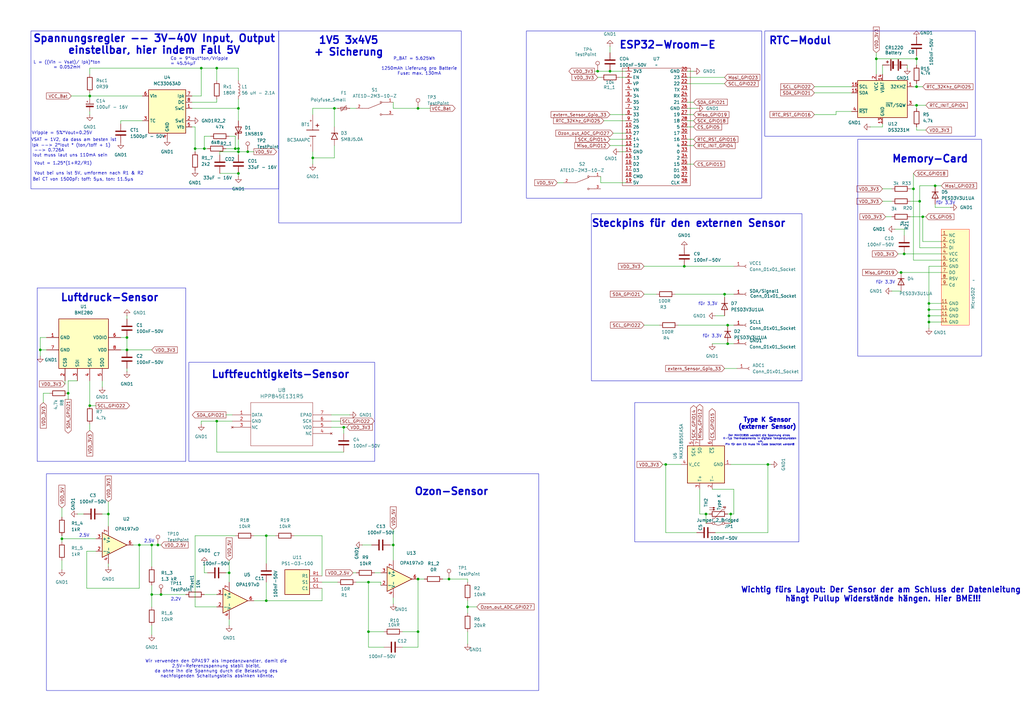
<source format=kicad_sch>
(kicad_sch (version 20231120) (generator "eeschema") (generator_version "8.0")
  (paper "A3")
  (junction (at 97.79 60.96))
  (junction (at 80.01 60.96))
  (junction (at 381 127))
  (junction (at 16.51 143.51))
  (junction (at 383.54 76.2))
  (junction (at 97.79 44.45))
  (junction (at 52.07 143.51))
  (junction (at 250.19 29.21))
  (junction (at 191.77 248.92))
  (junction (at 298.45 140.97))
  (junction (at 297.18 120.65))
  (junction (at 375.92 43.18))
  (junction (at 374.65 77.47))
  (junction (at 64.77 223.52))
  (junction (at 151.13 238.76))
  (junction (at 369.57 111.76))
  (junction (at 27.94 161.29))
  (junction (at 36.83 166.37))
  (junction (at 66.04 243.84))
  (junction (at 298.45 133.35))
  (junction (at 289.56 210.82))
  (junction (at 82.55 27.94))
  (junction (at 62.23 223.52))
  (junction (at 381 129.54))
  (junction (at 280.67 109.22))
  (junction (at 137.16 44.45))
  (junction (at 97.79 62.23))
  (junction (at 93.98 234.95))
  (junction (at 161.29 223.52))
  (junction (at 359.41 24.13))
  (junction (at 314.96 190.5))
  (junction (at 109.22 219.71))
  (junction (at 171.45 44.45))
  (junction (at 88.9 172.72))
  (junction (at 378.46 88.9))
  (junction (at 36.83 39.37))
  (junction (at 171.45 237.49))
  (junction (at 96.52 60.96))
  (junction (at 128.27 64.77))
  (junction (at 97.79 71.12))
  (junction (at 245.11 29.21))
  (junction (at 370.84 104.14))
  (junction (at 88.9 27.94))
  (junction (at 25.4 220.98))
  (junction (at 299.72 210.82))
  (junction (at 62.23 243.84))
  (junction (at 44.45 210.82))
  (junction (at 184.15 237.49))
  (junction (at 57.15 223.52))
  (junction (at 381 124.46))
  (junction (at 375.92 24.13))
  (junction (at 273.05 190.5))
  (junction (at 101.6 62.23))
  (junction (at 151.13 259.08))
  (junction (at 377.19 82.55))
  (junction (at 83.82 60.96))
  (junction (at 109.22 246.38))
  (junction (at 375.92 35.56))
  (junction (at 52.07 138.43))
  (junction (at 171.45 259.08))
  (junction (at 381 132.08))
  (junction (at 140.97 175.26))
  (wire (pts (xy 135.89 170.18) (xy 143.51 170.18)))
  (wire (pts (xy 153.67 234.95) (xy 156.21 234.95)))
  (wire (pts (xy 256.54 29.21) (xy 250.19 29.21)))
  (wire (pts (xy 140.97 175.26) (xy 142.24 175.26)))
  (wire (pts (xy 25.4 220.98) (xy 25.4 222.25)))
  (wire (pts (xy 39.37 226.06) (xy 35.56 226.06)))
  (wire (pts (xy 82.55 172.72) (xy 82.55 173.99)))
  (wire (pts (xy 120.65 219.71) (xy 132.08 219.71)))
  (wire (pts (xy 250.19 29.21) (xy 245.11 29.21)))
  (wire (pts (xy 381 127) (xy 386.08 127)))
  (wire (pts (xy 97.79 49.53) (xy 97.79 44.45)))
  (wire (pts (xy 97.79 62.23) (xy 90.17 62.23)))
  (wire (pts (xy 52.07 152.4) (xy 52.07 151.13)))
  (wire (pts (xy 281.94 49.53) (xy 284.48 49.53)))
  (wire (pts (xy 370.84 93.98) (xy 370.84 96.52)))
  (wire (pts (xy 278.13 133.35) (xy 298.45 133.35)))
  (wire (pts (xy 62.23 223.52) (xy 62.23 232.41)))
  (wire (pts (xy 281.94 31.75) (xy 297.18 31.75)))
  (wire (pts (xy 191.77 248.92) (xy 191.77 251.46)))
  (wire (pts (xy 78.74 41.91) (xy 88.9 41.91)))
  (wire (pts (xy 95.25 172.72) (xy 88.9 172.72)))
  (wire (pts (xy 374.65 71.12) (xy 374.65 77.47)))
  (wire (pts (xy 334.01 38.1) (xy 349.25 38.1)))
  (wire (pts (xy 151.13 238.76) (xy 156.21 238.76)))
  (wire (pts (xy 36.83 27.94) (xy 82.55 27.94)))
  (wire (pts (xy 140.97 177.8) (xy 140.97 175.26)))
  (wire (pts (xy 271.78 190.5) (xy 273.05 190.5)))
  (wire (pts (xy 104.14 246.38) (xy 109.22 246.38)))
  (wire (pts (xy 128.27 44.45) (xy 128.27 46.99)))
  (wire (pts (xy 132.08 219.71) (xy 132.08 236.22)))
  (wire (pts (xy 377.19 76.2) (xy 377.19 82.55)))
  (wire (pts (xy 373.38 82.55) (xy 377.19 82.55)))
  (wire (pts (xy 281.94 34.29) (xy 297.18 34.29)))
  (wire (pts (xy 80.01 248.92) (xy 88.9 248.92)))
  (wire (pts (xy 161.29 223.52) (xy 161.29 229.87)))
  (wire (pts (xy 88.9 185.42) (xy 88.9 172.72)))
  (wire (pts (xy 97.79 40.64) (xy 97.79 44.45)))
  (wire (pts (xy 92.71 170.18) (xy 95.25 170.18)))
  (wire (pts (xy 36.83 39.37) (xy 58.42 39.37)))
  (wire (pts (xy 292.1 200.66) (xy 300.99 200.66)))
  (wire (pts (xy 247.65 49.53) (xy 256.54 49.53)))
  (wire (pts (xy 293.37 218.44) (xy 314.96 218.44)))
  (wire (pts (xy 191.77 248.92) (xy 195.58 248.92)))
  (wire (pts (xy 151.13 259.08) (xy 151.13 265.43)))
  (wire (pts (xy 151.13 265.43) (xy 157.48 265.43)))
  (wire (pts (xy 184.15 237.49) (xy 191.77 237.49)))
  (wire (pts (xy 281.94 44.45) (xy 285.75 44.45)))
  (wire (pts (xy 246.38 72.39) (xy 246.38 74.93)))
  (wire (pts (xy 135.89 175.26) (xy 140.97 175.26)))
  (wire (pts (xy 104.14 62.23) (xy 101.6 62.23)))
  (wire (pts (xy 161.29 44.45) (xy 161.29 41.91)))
  (wire (pts (xy 367.03 93.98) (xy 370.84 93.98)))
  (wire (pts (xy 254 62.23) (xy 256.54 62.23)))
  (wire (pts (xy 386.08 101.6) (xy 377.19 101.6)))
  (wire (pts (xy 300.99 210.82) (xy 300.99 200.66)))
  (wire (pts (xy 276.86 120.65) (xy 297.18 120.65)))
  (wire (pts (xy 381 132.08) (xy 386.08 132.08)))
  (wire (pts (xy 49.53 143.51) (xy 52.07 143.51)))
  (wire (pts (xy 378.46 99.06) (xy 378.46 88.9)))
  (wire (pts (xy 293.37 129.54) (xy 297.18 129.54)))
  (wire (pts (xy 132.08 241.3) (xy 132.08 246.38)))
  (wire (pts (xy 92.71 60.96) (xy 96.52 60.96)))
  (wire (pts (xy 171.45 44.45) (xy 176.53 44.45)))
  (wire (pts (xy 20.32 161.29) (xy 17.78 161.29)))
  (wire (pts (xy 83.82 234.95) (xy 85.09 234.95)))
  (wire (pts (xy 369.57 111.76) (xy 386.08 111.76)))
  (wire (pts (xy 57.15 223.52) (xy 62.23 223.52)))
  (wire (pts (xy 381 124.46) (xy 381 127)))
  (wire (pts (xy 25.4 220.98) (xy 39.37 220.98)))
  (wire (pts (xy 297.18 151.13) (xy 302.26 151.13)))
  (wire (pts (xy 374.65 43.18) (xy 375.92 43.18)))
  (wire (pts (xy 334.01 46.99) (xy 342.9 46.99)))
  (wire (pts (xy 49.53 138.43) (xy 52.07 138.43)))
  (wire (pts (xy 381 109.22) (xy 381 124.46)))
  (wire (pts (xy 96.52 60.96) (xy 97.79 60.96)))
  (wire (pts (xy 80.01 60.96) (xy 80.01 62.23)))
  (wire (pts (xy 273.05 218.44) (xy 273.05 190.5)))
  (wire (pts (xy 381 129.54) (xy 386.08 129.54)))
  (wire (pts (xy 109.22 246.38) (xy 109.22 238.76)))
  (wire (pts (xy 27.94 156.21) (xy 27.94 161.29)))
  (wire (pts (xy 31.75 210.82) (xy 34.29 210.82)))
  (wire (pts (xy 299.72 210.82) (xy 298.45 210.82)))
  (wire (pts (xy 314.96 218.44) (xy 314.96 190.5)))
  (wire (pts (xy 289.56 210.82) (xy 287.02 210.82)))
  (wire (pts (xy 64.77 223.52) (xy 66.04 223.52)))
  (wire (pts (xy 161.29 217.17) (xy 161.29 223.52)))
  (wire (pts (xy 368.3 104.14) (xy 370.84 104.14)))
  (wire (pts (xy 375.92 24.13) (xy 375.92 26.67)))
  (wire (pts (xy 109.22 219.71) (xy 109.22 231.14)))
  (wire (pts (xy 361.95 82.55) (xy 365.76 82.55)))
  (wire (pts (xy 171.45 237.49) (xy 171.45 259.08)))
  (wire (pts (xy 156.21 238.76) (xy 156.21 240.03)))
  (wire (pts (xy 78.74 44.45) (xy 97.79 44.45)))
  (wire (pts (xy 35.56 226.06) (xy 35.56 241.3)))
  (wire (pts (xy 135.89 172.72) (xy 139.7 172.72)))
  (wire (pts (xy 356.87 52.07) (xy 361.95 52.07)))
  (wire (pts (xy 383.54 76.2) (xy 386.08 76.2)))
  (wire (pts (xy 264.16 133.35) (xy 270.51 133.35)))
  (wire (pts (xy 80.01 52.07) (xy 80.01 60.96)))
  (wire (pts (xy 88.9 27.94) (xy 97.79 27.94)))
  (wire (pts (xy 374.65 106.68) (xy 374.65 77.47)))
  (wire (pts (xy 93.98 55.88) (xy 96.52 55.88)))
  (wire (pts (xy 44.45 205.74) (xy 44.45 210.82)))
  (wire (pts (xy 191.77 246.38) (xy 191.77 248.92)))
  (wire (pts (xy 97.79 60.96) (xy 97.79 57.15)))
  (wire (pts (xy 137.16 64.77) (xy 128.27 64.77)))
  (wire (pts (xy 146.05 238.76) (xy 151.13 238.76)))
  (wire (pts (xy 58.42 49.53) (xy 49.53 49.53)))
  (wire (pts (xy 281.94 57.15) (xy 284.48 57.15)))
  (wire (pts (xy 16.51 138.43) (xy 19.05 138.43)))
  (wire (pts (xy 101.6 62.23) (xy 97.79 62.23)))
  (wire (pts (xy 35.56 241.3) (xy 57.15 241.3)))
  (wire (pts (xy 375.92 35.56) (xy 378.46 35.56)))
  (wire (pts (xy 373.38 77.47) (xy 374.65 77.47)))
  (wire (pts (xy 62.23 256.54) (xy 62.23 260.35)))
  (wire (pts (xy 44.45 231.14) (xy 44.45 232.41)))
  (wire (pts (xy 378.46 88.9) (xy 379.73 88.9)))
  (wire (pts (xy 171.45 259.08) (xy 165.1 259.08)))
  (wire (pts (xy 245.11 31.75) (xy 246.38 31.75)))
  (wire (pts (xy 137.16 44.45) (xy 128.27 44.45)))
  (wire (pts (xy 138.43 44.45) (xy 137.16 44.45)))
  (wire (pts (xy 16.51 146.05) (xy 16.51 143.51)))
  (wire (pts (xy 245.11 29.21) (xy 243.84 29.21)))
  (wire (pts (xy 83.82 60.96) (xy 85.09 60.96)))
  (wire (pts (xy 316.23 190.5) (xy 314.96 190.5)))
  (wire (pts (xy 297.18 120.65) (xy 297.18 121.92)))
  (wire (pts (xy 26.67 157.48) (xy 26.67 156.21)))
  (wire (pts (xy 90.17 62.23) (xy 90.17 63.5)))
  (wire (pts (xy 297.18 120.65) (xy 300.99 120.65)))
  (wire (pts (xy 62.23 143.51) (xy 52.07 143.51)))
  (wire (pts (xy 143.51 44.45) (xy 146.05 44.45)))
  (wire (pts (xy 86.36 55.88) (xy 83.82 55.88)))
  (wire (pts (xy 381 129.54) (xy 381 132.08)))
  (wire (pts (xy 96.52 219.71) (xy 80.01 219.71)))
  (wire (pts (xy 44.45 210.82) (xy 44.45 215.9)))
  (wire (pts (xy 342.9 45.72) (xy 349.25 45.72)))
  (wire (pts (xy 25.4 208.28) (xy 25.4 212.09)))
  (wire (pts (xy 165.1 265.43) (xy 171.45 265.43)))
  (wire (pts (xy 375.92 53.34) (xy 379.73 53.34)))
  (wire (pts (xy 17.78 161.29) (xy 17.78 165.1)))
  (wire (pts (xy 97.79 60.96) (xy 97.79 62.23)))
  (wire (pts (xy 250.19 57.15) (xy 256.54 57.15)))
  (wire (pts (xy 251.46 54.61) (xy 256.54 54.61)))
  (wire (pts (xy 93.98 254) (xy 93.98 256.54)))
  (wire (pts (xy 49.53 49.53) (xy 49.53 50.8)))
  (wire (pts (xy 281.94 29.21) (xy 284.48 29.21)))
  (wire (pts (xy 181.61 237.49) (xy 184.15 237.49)))
  (wire (pts (xy 375.92 43.18) (xy 379.73 43.18)))
  (wire (pts (xy 25.4 229.87) (xy 25.4 233.68)))
  (wire (pts (xy 144.78 234.95) (xy 146.05 234.95)))
  (wire (pts (xy 25.4 219.71) (xy 25.4 220.98)))
  (wire (pts (xy 132.08 246.38) (xy 109.22 246.38)))
  (wire (pts (xy 250.19 19.05) (xy 250.19 21.59)))
  (wire (pts (xy 191.77 237.49) (xy 191.77 238.76)))
  (wire (pts (xy 287.02 210.82) (xy 287.02 200.66)))
  (wire (pts (xy 375.92 24.13) (xy 359.41 24.13)))
  (wire (pts (xy 83.82 243.84) (xy 88.9 243.84)))
  (wire (pts (xy 109.22 219.71) (xy 113.03 219.71)))
  (wire (pts (xy 137.16 59.69) (xy 137.16 64.77)))
  (wire (pts (xy 359.41 21.59) (xy 359.41 24.13)))
  (wire (pts (xy 36.83 166.37) (xy 39.37 166.37)))
  (wire (pts (xy 299.72 210.82) (xy 300.99 210.82)))
  (wire (pts (xy 16.51 138.43) (xy 16.51 143.51)))
  (wire (pts (xy 36.83 156.21) (xy 36.83 166.37)))
  (wire (pts (xy 386.08 106.68) (xy 374.65 106.68)))
  (wire (pts (xy 151.13 238.76) (xy 151.13 259.08)))
  (wire (pts (xy 273.05 190.5) (xy 279.4 190.5)))
  (wire (pts (xy 281.94 59.69) (xy 284.48 59.69)))
  (wire (pts (xy 97.79 72.39) (xy 97.79 71.12)))
  (wire (pts (xy 383.54 85.09) (xy 383.54 83.82)))
  (wire (pts (xy 52.07 138.43) (xy 52.07 143.51)))
  (wire (pts (xy 29.21 39.37) (xy 36.83 39.37)))
  (wire (pts (xy 381 132.08) (xy 381 134.62)))
  (wire (pts (xy 377.19 101.6) (xy 377.19 82.55)))
  (wire (pts (xy 370.84 104.14) (xy 386.08 104.14)))
  (wire (pts (xy 78.74 52.07) (xy 80.01 52.07)))
  (wire (pts (xy 36.83 173.99) (xy 36.83 176.53)))
  (wire (pts (xy 361.95 26.67) (xy 361.95 30.48)))
  (wire (pts (xy 377.19 76.2) (xy 383.54 76.2)))
  (wire (pts (xy 140.97 185.42) (xy 88.9 185.42)))
  (wire (pts (xy 280.67 109.22) (xy 300.99 109.22)))
  (wire (pts (xy 62.23 223.52) (xy 64.77 223.52)))
  (wire (pts (xy 386.08 109.22) (xy 381 109.22)))
  (wire (pts (xy 161.29 245.11) (xy 161.29 247.65)))
  (wire (pts (xy 292.1 140.97) (xy 298.45 140.97)))
  (wire (pts (xy 281.94 52.07) (xy 284.48 52.07)))
  (wire (pts (xy 62.23 240.03) (xy 62.23 243.84)))
  (wire (pts (xy 83.82 234.95) (xy 83.82 231.14)))
  (wire (pts (xy 83.82 55.88) (xy 83.82 60.96)))
  (wire (pts (xy 88.9 41.91) (xy 88.9 40.64)))
  (wire (pts (xy 93.98 229.87) (xy 93.98 234.95)))
  (wire (pts (xy 375.92 52.07) (xy 375.92 53.34)))
  (wire (pts (xy 228.6 74.93) (xy 231.14 74.93)))
  (wire (pts (xy 250.19 46.99) (xy 256.54 46.99)))
  (wire (pts (xy 375.92 44.45) (xy 375.92 43.18)))
  (wire (pts (xy 82.55 27.94) (xy 82.55 39.37)))
  (wire (pts (xy 273.05 218.44) (xy 285.75 218.44)))
  (wire (pts (xy 264.16 109.22) (xy 280.67 109.22)))
  (wire (pts (xy 281.94 41.91) (xy 284.48 41.91)))
  (wire (pts (xy 80.01 60.96) (xy 83.82 60.96)))
  (wire (pts (xy 375.92 34.29) (xy 375.92 35.56)))
  (wire (pts (xy 160.02 223.52) (xy 161.29 223.52)))
  (wire (pts (xy 171.45 237.49) (xy 173.99 237.49)))
  (wire (pts (xy 264.16 120.65) (xy 269.24 120.65)))
  (wire (pts (xy 281.94 67.31) (xy 284.48 67.31)))
  (wire (pts (xy 57.15 223.52) (xy 54.61 223.52)))
  (wire (pts (xy 132.08 238.76) (xy 138.43 238.76)))
  (wire (pts (xy 381 127) (xy 381 129.54)))
  (wire (pts (xy 128.27 64.77) (xy 128.27 67.31)))
  (wire (pts (xy 250.19 59.69) (xy 256.54 59.69)))
  (wire (pts (xy 299.72 210.82) (xy 299.72 214.63)))
  (wire (pts (xy 389.89 85.09) (xy 383.54 85.09)))
  (wire (pts (xy 148.59 223.52) (xy 152.4 223.52)))
  (wire (pts (xy 299.72 190.5) (xy 314.96 190.5)))
  (wire (pts (xy 365.76 77.47) (xy 361.95 77.47)))
  (wire (pts (xy 137.16 44.45) (xy 137.16 52.07)))
  (wire (pts (xy 363.22 88.9) (xy 365.76 88.9)))
  (wire (pts (xy 97.79 27.94) (xy 97.79 33.02)))
  (wire (pts (xy 289.56 210.82) (xy 290.83 210.82)))
  (wire (pts (xy 365.76 119.38) (xy 369.57 119.38)))
  (wire (pts (xy 57.15 241.3) (xy 57.15 223.52)))
  (wire (pts (xy 52.07 129.54) (xy 52.07 130.81)))
  (wire (pts (xy 82.55 27.94) (xy 88.9 27.94)))
  (wire (pts (xy 41.91 156.21) (xy 41.91 158.75)))
  (wire (pts (xy 36.83 39.37) (xy 36.83 40.64)))
  (wire (pts (xy 36.83 45.72) (xy 36.83 46.99)))
  (wire (pts (xy 381 124.46) (xy 386.08 124.46)))
  (wire (pts (xy 128.27 62.23) (xy 128.27 64.77)))
  (wire (pts (xy 361.95 52.07) (xy 361.95 50.8)))
  (wire (pts (xy 27.94 156.21) (xy 31.75 156.21)))
  (wire (pts (xy 191.77 259.08) (xy 191.77 264.16)))
  (wire (pts (xy 342.9 46.99) (xy 342.9 45.72)))
  (wire (pts (xy 375.92 22.86) (xy 375.92 24.13)))
  (wire (pts (xy 96.52 55.88) (xy 96.52 60.96)))
  (wire (pts (xy 372.11 26.67) (xy 372.11 27.94)))
  (wire (pts (xy 104.14 219.71) (xy 109.22 219.71)))
  (wire (pts (xy 298.45 133.35) (xy 300.99 133.35)))
  (wire (pts (xy 93.98 234.95) (xy 93.98 238.76)))
  (wire (pts (xy 88.9 172.72) (xy 82.55 172.72)))
  (wire (pts (xy 298.45 140.97) (xy 300.99 140.97)))
  (wire (pts (xy 359.41 24.13) (xy 359.41 30.48)))
  (wire (pts (xy 281.94 46.99) (xy 284.48 46.99)))
  (wire (pts (xy 368.3 111.76) (xy 369.57 111.76)))
  (wire (pts (xy 373.38 88.9) (xy 378.46 88.9)))
  (wire (pts (xy 386.08 99.06) (xy 378.46 99.06)))
  (wire (pts (xy 66.04 243.84) (xy 76.2 243.84)))
  (wire (pts (xy 88.9 27.94) (xy 88.9 33.02)))
  (wire (pts (xy 36.83 38.1) (xy 36.83 39.37)))
  (wire (pts (xy 374.65 35.56) (xy 375.92 35.56)))
  (wire (pts (xy 62.23 243.84) (xy 66.04 243.84)))
  (wire (pts (xy 36.83 30.48) (xy 36.83 27.94)))
  (wire (pts (xy 62.23 243.84) (xy 62.23 248.92)))
  (wire (pts (xy 90.17 71.12) (xy 97.79 71.12)))
  (wire (pts (xy 254 31.75) (xy 256.54 31.75)))
  (wire (pts (xy 171.45 44.45) (xy 161.29 44.45)))
  (wire (pts (xy 334.01 35.56) (xy 349.25 35.56)))
  (wire (pts (xy 97.79 63.5) (xy 97.79 62.23)))
  (wire (pts (xy 82.55 39.37) (xy 78.74 39.37)))
  (wire (pts (xy 246.38 74.93) (xy 256.54 74.93)))
  (wire (pts (xy 41.91 210.82) (xy 44.45 210.82)))
  (wire (pts (xy 151.13 259.08) (xy 157.48 259.08)))
  (wire (pts (xy 289.56 210.82) (xy 289.56 214.63)))
  (wire (pts (xy 16.51 143.51) (xy 19.05 143.51)))
  (wire (pts (xy 92.71 234.95) (xy 93.98 234.95)))
  (wire (pts (xy 27.94 161.29) (xy 27.94 163.83)))
  (wire (pts (xy 171.45 265.43) (xy 171.45 259.08)))
  (wire (pts (xy 80.01 219.71) (xy 80.01 248.92)))
  (rectangle (start 242.57 87.63) (end 328.93 156.21))
  (rectangle (start 19.05 194.31) (end 220.98 283.21))
  (rectangle (start 215.9 12.7) (end 312.42 81.28))
  (rectangle (start 77.47 148.59) (end 153.67 189.23))
  (rectangle (start 114.3 12.7) (end 189.23 91.44))
  (rectangle (start 15.24 118.11) (end 76.2 189.23))
  (rectangle (start 313.69 12.7) (end 400.05 55.88))
  (rectangle (start 351.79 57.15) (end 402.59 146.05))
  (rectangle (start 260.35 165.1) (end 327.66 222.25))
  (rectangle (start 12.7 12.7) (end 114.3 77.47))
  (text "für 3,3V\n" (at 387.858 83.312 0) (effects (font (size 1.27 1.27))))
  (text "Luftdruck-Sensor" (at 44.958 122.174 0) (effects (font (size 3 3) (bold yes))))
  (text "Wichtig fürs Layout: Der Sensor der am Schluss der Datenleitung \nhängt Pullup Widerstände hängen. Hier BME!!!" (at 362.204 243.84 0) (effects (font (size 2.286 2.286) (thickness 0.4572) (bold yes))))
  (text "Vripple = 5%*Vout=0.25V" (at 25.4 54.61 0) (effects (font (size 1.27 1.27))))
  (text "Spannungsregler -- 3V-40V Input, Output\neinstellbar, hier indem Fall 5V" (at 63.246 18.288 0) (effects (font (size 3 3) (bold yes))))
  (text "für 3,3V\n" (at 363.22 115.824 0) (effects (font (size 1.27 1.27))))
  (text "für 3,3V\n" (at 292.1 137.922 0) (effects (font (size 1.27 1.27))))
  (text "Luftfeuchtigkeits-Sensor" (at 115.062 153.67 0) (effects (font (size 3 3) (bold yes))))
  (text "Ipk --> 2*Iout * (ton/toff + 1)\n --> 0.726A" (at 12.954 60.706 0) (effects (font (size 1.27 1.27)) (justify left)))
  (text "Type K Sensor\n(externer Sensor)\n" (at 314.706 173.736 0) (effects (font (size 1.778 1.778) (thickness 0.6) (bold yes))))
  (text "Steckpins für den externen Sensor" (at 282.448 91.694 0) (effects (font (size 3 3) (bold yes))))
  (text "1V5 3x4V5\n+ Sicherung\n" (at 143.002 19.05 0) (effects (font (size 3 3) (thickness 0.6) (bold yes))))
  (text "Memory-Card\n" (at 381.508 65.278 0) (effects (font (size 3 3) (thickness 0.6) (bold yes))))
  (text "Bei CT von 1500pF: toff: 5µs, ton: 11.5µs" (at 34.036 73.66 0) (effects (font (size 1.27 1.27))))
  (text "Iout muss laut uns 110mA sein" (at 28.702 63.754 0) (effects (font (size 1.27 1.27))))
  (text "ESP32-Wroom-E\n" (at 273.812 18.542 0) (effects (font (size 3 3) (bold yes))))
  (text "für 3,3V\n" (at 290.322 124.714 0) (effects (font (size 1.27 1.27))))
  (text "Der MAX31855 wandelt die Spannung eines \nK-Typ Thermoelements in digitale Temperaturdaten\n um.\nPin für den CS muss im Code beachtet werden!!\n" (at 311.658 180.594 0) (effects (font (size 0.762 0.762))))
  (text "RTC-Modul\n" (at 328.168 16.764 0) (effects (font (size 3 3) (bold yes))))
  (text "Wir verwenden den OPA197 als Impedanzwandler, damit die \n2,5V-Referenzspannung stabil bleibt, \nda ohne ihn die Spannung durch die Belastung des \nnachfolgenden Schaltungsteils absinken könnte." (at 89.154 274.32 0) (effects (font (size 1.27 1.27))))
  (text "VSAT = 1V2, da dass am besten ist\n" (at 30.226 57.404 0) (effects (font (size 1.27 1.27))))
  (text "1250mAh Lieferung pro Batterie\nFuse: max. 130mA\n" (at 171.958 29.21 0) (effects (font (size 1.27 1.27))))
  (text "Co = 9*Iout*ton/Vripple\n= 45.54µF" (at 69.85 25.146 0) (effects (font (size 1.27 1.27)) (justify left)))
  (text "Vout = 1.25*(1+R2/R1)\n\nVout bei uns ist 5V, umformen nach R1 & R2" (at 13.97 69.088 0) (effects (font (size 1.27 1.27)) (justify left)))
  (text "P_BAT = 5.625Wh" (at 169.926 24.13 0) (effects (font (size 1.27 1.27))))
  (text "L = ((Vin - Vsat)/ Ipk)*ton\n= 0.052mH\n" (at 27.432 26.67 0) (effects (font (size 1.27 1.27))))
  (text "2,5V\n" (at 61.214 221.996 0) (effects (font (size 1.27 1.27))))
  (text "2,5V\n" (at 34.544 219.71 0) (effects (font (size 1.27 1.27))))
  (text "Ozon-Sensor\n" (at 185.166 201.676 0) (effects (font (size 3 3) (bold yes))))
  (text "2.2V\n" (at 72.136 245.872 0) (effects (font (size 1.27 1.27))))
  (global_label "VDD_3V3" (shape input) (at 359.41 21.59 90) (property "Intersheetrefs" "${INTERSHEET_REFS}" (effects (hide yes))))
  (global_label "SCL_GPIO22" (shape output) (at 139.7 172.72 0) (property "Intersheetrefs" "${INTERSHEET_REFS}" (effects (hide yes))))
  (global_label "VDD_3V3" (shape input) (at 271.78 190.5 180) (property "Intersheetrefs" "${INTERSHEET_REFS}" (effects (hide yes))))
  (global_label "VDD_2.5V" (shape input) (at 144.78 234.95 180) (property "Intersheetrefs" "${INTERSHEET_REFS}" (effects (hide yes))))
  (global_label "SDA_GPIO21" (shape output) (at 92.71 170.18 180) (property "Intersheetrefs" "${INTERSHEET_REFS}" (effects (hide yes))))
  (global_label "CS_GPIO15" (shape output) (at 292.1 180.34 90) (property "Intersheetrefs" "${INTERSHEET_REFS}" (effects (hide yes))))
  (global_label "VDD_5V" (shape input) (at 161.29 217.17 90) (property "Intersheetrefs" "${INTERSHEET_REFS}" (effects (hide yes))))
  (global_label "SCL_GPIO22" (shape output) (at 39.37 166.37 0) (property "Intersheetrefs" "${INTERSHEET_REFS}" (effects (hide yes))))
  (global_label "VDD_3V3" (shape input) (at 361.95 77.47 180) (property "Intersheetrefs" "${INTERSHEET_REFS}" (effects (hide yes))))
  (global_label "VCC_Bat" (shape output) (at 176.53 44.45 0) (property "Intersheetrefs" "${INTERSHEET_REFS}" (effects (hide yes))))
  (global_label "SCL_GPIO22" (shape input) (at 297.18 34.29 0) (property "Intersheetrefs" "${INTERSHEET_REFS}" (effects (hide yes))))
  (global_label "extern_Sensor_Gpio_33" (shape input) (at 250.19 46.99 180) (property "Intersheetrefs" "${INTERSHEET_REFS}" (effects (hide yes))))
  (global_label "Mosi_GPIO23" (shape input) (at 386.08 76.2 0) (property "Intersheetrefs" "${INTERSHEET_REFS}" (effects (hide yes))))
  (global_label "RTC_RST_GPIO16" (shape input) (at 334.01 46.99 180) (property "Intersheetrefs" "${INTERSHEET_REFS}" (effects (hide yes))))
  (global_label "VCC_Bat" (shape input) (at 29.21 39.37 180) (property "Intersheetrefs" "${INTERSHEET_REFS}" (effects (hide yes))))
  (global_label "RTC_RST_GPIO16" (shape input) (at 284.48 57.15 0) (property "Intersheetrefs" "${INTERSHEET_REFS}" (effects (hide yes))))
  (global_label "VDD_5V" (shape input) (at 228.6 74.93 180) (property "Intersheetrefs" "${INTERSHEET_REFS}" (effects (hide yes))))
  (global_label "SDA_GPIO21" (shape input) (at 264.16 120.65 180) (property "Intersheetrefs" "${INTERSHEET_REFS}" (effects (hide yes))))
  (global_label "SCK_GPIO18" (shape input) (at 284.48 49.53 0) (property "Intersheetrefs" "${INTERSHEET_REFS}" (effects (hide yes))))
  (global_label "VDD_3V3" (shape input) (at 264.16 109.22 180) (property "Intersheetrefs" "${INTERSHEET_REFS}" (effects (hide yes))))
  (global_label "VDD_3V3" (shape input) (at 368.3 104.14 180) (property "Intersheetrefs" "${INTERSHEET_REFS}" (effects (hide yes))))
  (global_label "VDD_3V3" (shape input) (at 361.95 82.55 180) (property "Intersheetrefs" "${INTERSHEET_REFS}" (effects (hide yes))))
  (global_label "VDD_3V3" (shape input) (at 379.73 53.34 0) (property "Intersheetrefs" "${INTERSHEET_REFS}" (effects (hide yes))))
  (global_label "VDD_3V3" (shape input) (at 36.83 176.53 270) (property "Intersheetrefs" "${INTERSHEET_REFS}" (effects (hide yes))))
  (global_label "VDD_5V" (shape output) (at 104.14 62.23 0) (property "Intersheetrefs" "${INTERSHEET_REFS}" (effects (hide yes))))
  (global_label "CS_GPIO15" (shape input) (at 284.48 67.31 0) (property "Intersheetrefs" "${INTERSHEET_REFS}" (effects (hide yes))))
  (global_label "Ozon_out_ADC_GPIO27" (shape input) (at 251.46 54.61 180) (property "Intersheetrefs" "${INTERSHEET_REFS}" (effects (hide yes))))
  (global_label "Miso_GPIO19" (shape input) (at 368.3 111.76 180) (property "Intersheetrefs" "${INTERSHEET_REFS}" (effects (hide yes))))
  (global_label "RTC_INIT_GPIO4" (shape input) (at 284.48 59.69 0) (property "Intersheetrefs" "${INTERSHEET_REFS}" (effects (hide yes))))
  (global_label "Miso_GPIO12" (shape input) (at 250.19 59.69 180) (property "Intersheetrefs" "${INTERSHEET_REFS}" (effects (hide yes))))
  (global_label "RTC_32Khz_GPIO25" (shape input) (at 247.65 49.53 180) (property "Intersheetrefs" "${INTERSHEET_REFS}" (effects (hide yes))))
  (global_label "Mosi_GPIO23" (shape input) (at 297.18 31.75 0) (property "Intersheetrefs" "${INTERSHEET_REFS}" (effects (hide yes))))
  (global_label "SCK_GPIO18" (shape input) (at 374.65 71.12 0) (property "Intersheetrefs" "${INTERSHEET_REFS}" (effects (hide yes))))
  (global_label "VDD_3V3" (shape input) (at 363.22 88.9 180) (property "Intersheetrefs" "${INTERSHEET_REFS}" (effects (hide yes))))
  (global_label "SCK_GPIO14" (shape output) (at 284.48 180.34 90) (property "Intersheetrefs" "${INTERSHEET_REFS}" (effects (hide yes))))
  (global_label "SDA_GPIO21" (shape input) (at 334.01 38.1 180) (property "Intersheetrefs" "${INTERSHEET_REFS}" (effects (hide yes))))
  (global_label "SDA_GPIO21" (shape output) (at 27.94 163.83 270) (property "Intersheetrefs" "${INTERSHEET_REFS}" (effects (hide yes))))
  (global_label "VDD_5V" (shape input) (at 93.98 229.87 90) (property "Intersheetrefs" "${INTERSHEET_REFS}" (effects (hide yes))))
  (global_label "Miso_GPIO19" (shape input) (at 284.48 46.99 0) (property "Intersheetrefs" "${INTERSHEET_REFS}" (effects (hide yes))))
  (global_label "VDD_3V3" (shape output) (at 243.84 29.21 180) (property "Intersheetrefs" "${INTERSHEET_REFS}" (effects (hide yes))))
  (global_label "VDD_2.5V" (shape input) (at 66.04 223.52 0) (property "Intersheetrefs" "${INTERSHEET_REFS}" (effects (hide yes))))
  (global_label "SCL_GPIO22" (shape input) (at 264.16 133.35 180) (property "Intersheetrefs" "${INTERSHEET_REFS}" (effects (hide yes))))
  (global_label "SCK_GPIO14" (shape input) (at 250.19 57.15 180) (property "Intersheetrefs" "${INTERSHEET_REFS}" (effects (hide yes))))
  (global_label "VDD_5V" (shape input) (at 25.4 208.28 90) (property "Intersheetrefs" "${INTERSHEET_REFS}" (effects (hide yes))))
  (global_label "SCL_GPIO22" (shape input) (at 334.01 35.56 180) (property "Intersheetrefs" "${INTERSHEET_REFS}" (effects (hide yes))))
  (global_label "RTC_32Khz_GPIO25" (shape input) (at 378.46 35.56 0) (property "Intersheetrefs" "${INTERSHEET_REFS}" (effects (hide yes))))
  (global_label "VDD_3V3" (shape input) (at 17.78 165.1 270) (property "Intersheetrefs" "${INTERSHEET_REFS}" (effects (hide yes))))
  (global_label "Miso_GPIO12" (shape output) (at 287.02 180.34 90) (property "Intersheetrefs" "${INTERSHEET_REFS}" (effects (hide yes))))
  (global_label "VDD_3V3" (shape input) (at 26.67 157.48 180) (property "Intersheetrefs" "${INTERSHEET_REFS}" (effects (hide yes))))
  (global_label "CS_GPIO5" (shape input) (at 284.48 52.07 0) (property "Intersheetrefs" "${INTERSHEET_REFS}" (effects (hide yes))))
  (global_label "extern_Sensor_Gpio_33" (shape input) (at 297.18 151.13 180) (property "Intersheetrefs" "${INTERSHEET_REFS}" (effects (hide yes))))
  (global_label "VDD_3V3" (shape input) (at 62.23 143.51 0) (property "Intersheetrefs" "${INTERSHEET_REFS}" (effects (hide yes))))
  (global_label "CS_GPIO5" (shape input) (at 379.73 88.9 0) (property "Intersheetrefs" "${INTERSHEET_REFS}" (effects (hide yes))))
  (global_label "RTC_INIT_GPIO4" (shape input) (at 379.73 43.18 0) (property "Intersheetrefs" "${INTERSHEET_REFS}" (effects (hide yes))))
  (global_label "SDA_GPIO21" (shape input) (at 284.48 41.91 0) (property "Intersheetrefs" "${INTERSHEET_REFS}" (effects (hide yes))))
  (global_label "VDD_3V3" (shape input) (at 142.24 175.26 0) (property "Intersheetrefs" "${INTERSHEET_REFS}" (effects (hide yes))))
  (global_label "VDD_3V3" (shape input) (at 44.45 205.74 90) (property "Intersheetrefs" "${INTERSHEET_REFS}" (effects (hide yes))))
  (global_label "VDD_3V3" (shape input) (at 245.11 31.75 180) (property "Intersheetrefs" "${INTERSHEET_REFS}" (effects (hide yes))))
  (global_label "Ozon_out_ADC_GPIO27" (shape input) (at 195.58 248.92 0) (property "Intersheetrefs" "${INTERSHEET_REFS}" (effects (hide yes))))
  (symbol (lib_id "power:GND1") (at 254 62.23 270) (unit 1)
    (property "Reference" "#PWR04" (effects (hide yes)))
    (property "Value" "GND1" (at 253.238 65.024 90) (effects (justify right)))
    (property "Description" "Power symbol creates a global label with name \"GND1\" , ground" (effects (hide yes)))
  )
  (symbol (lib_id "Device:R") (at 90.17 55.88 90) (unit 1)
    (property "Reference" "R2_2" (at 90.17 49.53 90))
    (property "Value" "47k" (at 90.17 52.07 90))
    (property "Footprint" "Resistor_SMD:R_1206_3216Metric_Pad1.30x1.75mm_HandSolder" (effects (hide yes)))
    (property "Description" "Resistor" (effects (hide yes)))
  )
  (symbol (lib_id "power:GND1") (at 78.74 49.53 90) (unit 1)
    (property "Reference" "#PWR014" (effects (hide yes)))
    (property "Value" "GND1" (at 82.55 49.5299 90) (effects (justify right)))
    (property "Description" "Power symbol creates a global label with name \"GND1\" , ground" (effects (hide yes)))
  )
  (symbol (lib_id "Device:R") (at 116.84 219.71 270) (unit 1)
    (property "Reference" "R19" (at 116.84 213.36 90))
    (property "Value" "10kR" (at 116.84 215.9 90))
    (property "Footprint" "Resistor_SMD:R_1206_3216Metric_Pad1.30x1.75mm_HandSolder" (effects (hide yes)))
    (property "Description" "Resistor" (effects (hide yes)))
  )
  (symbol (lib_id "Device:C") (at 140.97 181.61 0) (unit 1)
    (property "Reference" "C4" (at 144.78 180.3399 0) (effects (justify left)))
    (property "Value" "100nF-50V" (at 144.78 182.8799 0) (effects (justify left)))
    (property "Footprint" "Capacitor_SMD:C_1206_3216Metric_Pad1.33x1.80mm_HandSolder" (effects (hide yes)))
    (property "Description" "Unpolarized capacitor" (effects (hide yes)))
  )
  (symbol (lib_id "Device:C") (at 88.9 234.95 270) (unit 1)
    (property "Reference" "C7" (at 88.9 227.33 90))
    (property "Value" "100nF-50V" (at 88.646 231.14 90))
    (property "Footprint" "Capacitor_SMD:C_1206_3216Metric_Pad1.33x1.80mm_HandSolder" (effects (hide yes)))
    (property "Description" "Unpolarized capacitor" (effects (hide yes)))
  )
  (symbol (lib_id "Device:R") (at 191.77 242.57 0) (unit 1)
    (property "Reference" "R2" (at 194.31 241.2999 0) (effects (justify left)))
    (property "Value" "10kR" (at 194.31 243.8399 0) (effects (justify left)))
    (property "Footprint" "Resistor_SMD:R_1206_3216Metric_Pad1.30x1.75mm_HandSolder" (effects (hide yes)))
    (property "Description" "Resistor" (effects (hide yes)))
  )
  (symbol (lib_id "Device:R") (at 149.86 234.95 270) (unit 1)
    (property "Reference" "R9" (at 149.86 228.6 90))
    (property "Value" "10kR" (at 149.86 231.14 90))
    (property "Footprint" "Resistor_SMD:R_1206_3216Metric_Pad1.30x1.75mm_HandSolder" (effects (hide yes)))
    (property "Description" "Resistor" (effects (hide yes)))
  )
  (symbol (lib_id "Diode:1N4148WS") (at 369.57 115.57 270) (unit 1)
    (property "Reference" "D4" (at 372.11 114.2999 90) (effects (justify left)))
    (property "Value" "PESD3V3U1UA" (at 368.808 120.396 90) (effects (justify left)))
    (property "Footprint" "Diode_SMD:D_SOD-323" (effects (hide yes)))
    (property "Datasheet" "https://www.vishay.com/docs/85751/1n4148ws.pdf" (effects (hide yes)))
    (property "Description" "75V 0.15A Fast switching Diode, SOD-323" (effects (hide yes)))
    (property "Sim.Device" "D" (effects (hide yes)))
    (property "Sim.Pins" "1=K 2=A" (effects (hide yes)))
  )
  (symbol (lib_id "Device:R") (at 369.57 82.55 270) (unit 1)
    (property "Reference" "R20" (at 370.332 85.344 90) (effects (justify left)))
    (property "Value" "3k" (at 365.506 85.598 90) (effects (justify left)))
    (property "Footprint" "Resistor_SMD:R_1206_3216Metric_Pad1.30x1.75mm_HandSolder" (effects (hide yes)))
    (property "Description" "Resistor" (effects (hide yes)))
  )
  (symbol (lib_id "Device:R") (at 36.83 170.18 0) (unit 1)
    (property "Reference" "R7" (at 39.37 168.9099 0) (effects (justify left)))
    (property "Value" "4.7k" (at 39.37 171.4499 0) (effects (justify left)))
    (property "Footprint" "Resistor_SMD:R_1206_3216Metric_Pad1.30x1.75mm_HandSolder" (effects (hide yes)))
    (property "Description" "Resistor" (effects (hide yes)))
  )
  (symbol (lib_id "power:GND1") (at 49.53 58.42 0) (unit 1)
    (property "Reference" "#PWR012" (effects (hide yes)))
    (property "Value" "GND1" (at 49.53 63.5 0))
    (property "Description" "Power symbol creates a global label with name \"GND1\" , ground" (effects (hide yes)))
  )
  (symbol (lib_id "power:GND1") (at 68.58 57.15 0) (unit 1)
    (property "Reference" "#PWR011" (effects (hide yes)))
    (property "Value" "GND1" (at 68.58 62.23 0))
    (property "Description" "Power symbol creates a global label with name \"GND1\" , ground" (effects (hide yes)))
  )
  (symbol (lib_id "power:GND1") (at 356.87 52.07 270) (unit 1)
    (property "Reference" "#PWR030" (effects (hide yes)))
    (property "Value" "GND1" (at 350.52 50.292 90))
    (property "Description" "Power symbol creates a global label with name \"GND1\" , ground" (effects (hide yes)))
  )
  (symbol (lib_id "power:GND1") (at 280.67 101.6 180) (unit 1)
    (property "Reference" "#PWR05" (effects (hide yes)))
    (property "Value" "GND1" (at 280.67 96.52 0))
    (property "Description" "Power symbol creates a global label with name \"GND1\" , ground" (effects (hide yes)))
  )
  (symbol (lib_id "Device:R") (at 80.01 66.04 180) (unit 1)
    (property "Reference" "R1_7" (at 82.55 64.7699 0) (effects (justify right)))
    (property "Value" "2k2" (at 82.55 67.3099 0) (effects (justify right)))
    (property "Footprint" "Resistor_SMD:R_1206_3216Metric_Pad1.30x1.75mm_HandSolder" (effects (hide yes)))
    (property "Description" "Resistor" (effects (hide yes)))
  )
  (symbol (lib_id "Device:R") (at 25.4 226.06 180) (unit 1)
    (property "Reference" "R1_5" (at 29.21 224.7899 0) (effects (justify right)))
    (property "Value" "1kR" (at 29.21 227.3299 0) (effects (justify right)))
    (property "Footprint" "Resistor_SMD:R_1206_3216Metric_Pad1.30x1.75mm_HandSolder" (effects (hide yes)))
    (property "Description" "Resistor" (effects (hide yes)))
  )
  (symbol (lib_id "Device:C") (at 280.67 105.41 180) (unit 1)
    (property "Reference" "C9" (at 284.48 104.1399 0) (effects (justify right)))
    (property "Value" "100nF-50V" (at 284.48 106.6799 0) (effects (justify right)))
    (property "Footprint" "Capacitor_SMD:C_1206_3216Metric_Pad1.33x1.80mm_HandSolder" (effects (hide yes)))
    (property "Description" "Unpolarized capacitor" (effects (hide yes)))
  )
  (symbol (lib_id "power:GND1") (at 365.76 119.38 270) (unit 1)
    (property "Reference" "#PWR023" (effects (hide yes)))
    (property "Value" "GND1" (at 361.95 119.3799 90) (effects (justify right)))
    (property "Description" "Power symbol creates a global label with name \"GND1\" , ground" (effects (hide yes)))
  )
  (symbol (lib_id "Device:C") (at 97.79 67.31 0) (unit 1)
    (property "Reference" "CO1" (at 101.6 66.0399 0) (effects (justify left)))
    (property "Value" "33uF - 16V" (at 101.6 68.5799 0) (effects (justify left)))
    (property "Footprint" "Capacitor_SMD:C_1812_4532Metric_Pad1.57x3.40mm_HandSolder" (effects (hide yes)))
    (property "Description" "Unpolarized capacitor" (effects (hide yes)))
  )
  (symbol (lib_id "power:GND1") (at 16.51 146.05 0) (unit 1)
    (property "Reference" "#PWR021" (effects (hide yes)))
    (property "Value" "GND1" (at 18.288 147.574 0) (effects (justify left)))
    (property "Description" "Power symbol creates a global label with name \"GND1\" , ground" (effects (hide yes)))
  )
  (symbol (lib_id "BC3AAPC:BC3AAPC") (at 128.27 54.61 270) (unit 1)
    (property "Reference" "BT1" (at 123.444 51.054 90) (effects (justify left)))
    (property "Value" "BC3AAAPC" (at 117.602 57.404 90) (effects (justify left)))
    (property "Footprint" "Battery_Basket:BatteryHolder_Keystone_2479_3xAAA" (effects (hide yes)))
    (property "MF" "MPD (Memory Protection Devices)" (effects (hide yes)))
    (property "MAXIMUM_PACKAGE_HEIGHT" "16.5 mm" (effects (hide yes)))
    (property "Package" "None" (effects (hide yes)))
    (property "Price" "None" (effects (hide yes)))
    (property "Check_prices" "https://www.snapeda.com/parts/BC3AAPC/MPD/view-part/?ref=eda" (effects (hide yes)))
    (property "STANDARD" "Manufacturer Recommendations" (effects (hide yes)))
    (property "PARTREV" "J" (effects (hide yes)))
    (property "SnapEDA_Link" "https://www.snapeda.com/parts/BC3AAPC/MPD/view-part/?ref=snap" (effects (hide yes)))
    (property "MP" "BC3AAPC" (effects (hide yes)))
    (property "Description_1" "\n                        \n                            Battery Holder 3 Cells AA Size Polypropylene\n                        \n" (effects (hide yes)))
    (property "Availability" "In Stock" (effects (hide yes)))
    (property "MANUFACTURER" "MPD" (effects (hide yes)))
  )
  (symbol (lib_id "Device:C") (at 49.53 54.61 0) (unit 1)
    (property "Reference" "CT1" (at 53.34 53.3399 0) (effects (justify left)))
    (property "Value" "1500pF - 50V" (at 53.34 55.8799 0) (effects (justify left)))
    (property "Footprint" "Capacitor_SMD:C_1206_3216Metric_Pad1.33x1.80mm_HandSolder" (effects (hide yes)))
    (property "Description" "Unpolarized capacitor" (effects (hide yes)))
  )
  (symbol (lib_id "Device:C") (at 38.1 210.82 270) (unit 1)
    (property "Reference" "C3" (at 38.1 203.2 90))
    (property "Value" "100nF-50V" (at 38.1 205.74 90))
    (property "Footprint" "Capacitor_SMD:C_1206_3216Metric_Pad1.33x1.80mm_HandSolder" (effects (hide yes)))
    (property "Description" "Unpolarized capacitor" (effects (hide yes)))
  )
  (symbol (lib_id "power:GND1") (at 381 134.62 0) (unit 1)
    (property "Reference" "#PWR032" (effects (hide yes)))
    (property "Value" "GND1" (at 385.572 136.398 0))
    (property "Description" "Power symbol creates a global label with name \"GND1\" , ground" (effects (hide yes)))
  )
  (symbol (lib_id "Device:C") (at 52.07 134.62 0) (unit 1)
    (property "Reference" "C1" (at 55.88 133.3499 0) (effects (justify left)))
    (property "Value" "100nF-50V" (at 55.88 135.8899 0) (effects (justify left)))
    (property "Footprint" "Capacitor_SMD:C_1206_3216Metric_Pad1.33x1.80mm_HandSolder" (effects (hide yes)))
    (property "Description" "Unpolarized capacitor" (effects (hide yes)))
  )
  (symbol (lib_id "power:GND1") (at 292.1 140.97 0) (unit 1)
    (property "Reference" "#PWR015" (effects (hide yes)))
    (property "Value" "GND1" (at 292.1 146.05 0))
    (property "Description" "Power symbol creates a global label with name \"GND1\" , ground" (effects (hide yes)))
  )
  (symbol (lib_id "Device:R") (at 100.33 219.71 270) (unit 1)
    (property "Reference" "R18" (at 100.33 213.36 90))
    (property "Value" "10kR" (at 100.33 215.9 90))
    (property "Footprint" "Resistor_SMD:R_1206_3216Metric_Pad1.30x1.75mm_HandSolder" (effects (hide yes)))
    (property "Description" "Resistor" (effects (hide yes)))
  )
  (symbol (lib_id "Device:R") (at 177.8 237.49 270) (unit 1)
    (property "Reference" "R1_2" (at 177.8 231.14 90))
    (property "Value" "0R" (at 177.8 233.68 90))
    (property "Footprint" "Resistor_SMD:R_1206_3216Metric_Pad1.30x1.75mm_HandSolder" (effects (hide yes)))
    (property "Description" "Resistor" (effects (hide yes)))
  )
  (symbol (lib_id "Device:C") (at 90.17 67.31 0) (unit 1)
    (property "Reference" "CO2" (at 92.202 65.278 0) (effects (justify left)))
    (property "Value" "33uF - 16V" (at 83.312 72.898 0) (effects (justify left)))
    (property "Footprint" "Capacitor_SMD:C_1812_4532Metric_Pad1.57x3.40mm_HandSolder" (effects (hide yes)))
    (property "Description" "Unpolarized capacitor" (effects (hide yes)))
  )
  (symbol (lib_id "power:GND1") (at 250.19 19.05 180) (unit 1)
    (property "Reference" "#PWR026" (effects (hide yes)))
    (property "Value" "GND1" (at 250.19 13.97 0))
    (property "Description" "Power symbol creates a global label with name \"GND1\" , ground" (effects (hide yes)))
  )
  (symbol (lib_id "Device:Battery") (at 367.03 26.67 90) (unit 1)
    (property "Reference" "CR1220" (at 366.776 19.558 90))
    (property "Value" "Battery" (at 366.4585 21.59 90))
    (property "Footprint" "Battery:BatteryHolder_LINX_BAT-HLD-012-SMT" (effects (hide yes)))
    (property "Description" "Multiple-cell battery" (effects (hide yes)))
  )
  (symbol (lib_id "Device:R") (at 274.32 133.35 270) (unit 1)
    (property "Reference" "R4" (at 273.304 138.684 90))
    (property "Value" "100R" (at 273.812 136.144 90))
    (property "Footprint" "Resistor_SMD:R_1206_3216Metric_Pad1.30x1.75mm_HandSolder" (effects (hide yes)))
    (property "Description" "Resistor" (effects (hide yes)))
  )
  (symbol (lib_id "Device:R") (at 142.24 238.76 270) (unit 1)
    (property "Reference" "R1" (at 141.224 244.094 90))
    (property "Value" "10R" (at 141.732 241.554 90))
    (property "Footprint" "Resistor_SMD:R_1206_3216Metric_Pad1.30x1.75mm_HandSolder" (effects (hide yes)))
    (property "Description" "Resistor" (effects (hide yes)))
  )
  (symbol (lib_id "Connector:TestPoint") (at 184.15 237.49 0) (unit 1)
    (property "Reference" "TP1" (at 187.96 232.9179 0) (effects (justify left)))
    (property "Value" "TestPoint" (at 187.96 235.4579 0) (effects (justify left)))
    (property "Footprint" "TestPoint:TestPoint_Loop_D1.80mm_Drill1.0mm_Beaded" (effects (hide yes)))
    (property "Description" "test point" (effects (hide yes)))
  )
  (symbol (lib_id "Amplifier_Operational:OPA197xD") (at 46.99 223.52 0) (unit 1)
    (property "Reference" "U2" (at 51.816 212.852 0))
    (property "Value" "OPA197xD" (at 52.07 216.916 0))
    (property "Footprint" "Package_SO:SOIC-8_3.9x4.9mm_P1.27mm" (effects (hide yes)))
    (property "Datasheet" "http://www.ti.com/lit/ds/symlink/opa197.pdf" (effects (hide yes)))
    (property "Description" "Single 36V, Precision, Rail-to-Rail Input/Output, Low Offset Voltage, Operational Amplifier, SOIC-8" (effects (hide yes)))
  )
  (symbol (lib_id "Device:R") (at 25.4 215.9 180) (unit 1)
    (property "Reference" "R1_4" (at 29.21 214.6299 0) (effects (justify right)))
    (property "Value" "1kR" (at 29.21 217.1699 0) (effects (justify right)))
    (property "Footprint" "Resistor_SMD:R_1206_3216Metric_Pad1.30x1.75mm_HandSolder" (effects (hide yes)))
    (property "Description" "Resistor" (effects (hide yes)))
  )
  (symbol (lib_id "power:GND1") (at 25.4 233.68 0) (unit 1)
    (property "Reference" "#PWR033" (effects (hide yes)))
    (property "Value" "GND1" (at 25.4 238.76 0))
    (property "Description" "Power symbol creates a global label with name \"GND1\" , ground" (effects (hide yes)))
  )
  (symbol (lib_id "Device:C") (at 109.22 234.95 180) (unit 1)
    (property "Reference" "C11" (at 108.458 237.236 0) (effects (justify left)))
    (property "Value" "100nF-50V" (at 113.03 233.934 90) (effects (justify left)))
    (property "Footprint" "Capacitor_SMD:C_1206_3216Metric_Pad1.33x1.80mm_HandSolder" (effects (hide yes)))
    (property "Description" "Unpolarized capacitor" (effects (hide yes)))
  )
  (symbol (lib_id "Device:R") (at 375.92 30.48 0) (unit 1)
    (property "Reference" "R15" (at 377.444 28.194 0) (effects (justify left)))
    (property "Value" "4.7k" (at 377.444 29.972 0) (effects (justify left)))
    (property "Footprint" "Resistor_SMD:R_1206_3216Metric_Pad1.30x1.75mm_HandSolder" (effects (hide yes)))
    (property "Description" "Resistor" (effects (hide yes)))
  )
  (symbol (lib_id "Diode:1N4148WS") (at 298.45 137.16 270) (unit 1)
    (property "Reference" "D2" (at 300.99 135.8899 90) (effects (justify left)))
    (property "Value" "PESD3V3U1UA" (at 300.99 138.4299 90) (effects (justify left)))
    (property "Footprint" "Diode_SMD:D_SOD-323" (effects (hide yes)))
    (property "Datasheet" "https://www.vishay.com/docs/85751/1n4148ws.pdf" (effects (hide yes)))
    (property "Description" "75V 0.15A Fast switching Diode, SOD-323" (effects (hide yes)))
    (property "Sim.Device" "D" (effects (hide yes)))
    (property "Sim.Pins" "1=K 2=A" (effects (hide yes)))
  )
  (symbol (lib_id "Device:R") (at 191.77 255.27 0) (unit 1)
    (property "Reference" "R6" (at 194.31 253.9999 0) (effects (justify left)))
    (property "Value" "20kR" (at 194.31 256.5399 0) (effects (justify left)))
    (property "Footprint" "Resistor_SMD:R_1206_3216Metric_Pad1.30x1.75mm_HandSolder" (effects (hide yes)))
    (property "Description" "Resistor" (effects (hide yes)))
  )
  (symbol (lib_id "Device:R") (at 24.13 161.29 270) (unit 1)
    (property "Reference" "R8" (at 25.4001 163.83 0) (effects (justify left)))
    (property "Value" "4.7k" (at 22.8601 163.83 0) (effects (justify left)))
    (property "Footprint" "Resistor_SMD:R_1206_3216Metric_Pad1.30x1.75mm_HandSolder" (effects (hide yes)))
    (property "Description" "Resistor" (effects (hide yes)))
  )
  (symbol (lib_id "power:GND1") (at 161.29 247.65 0) (unit 1)
    (property "Reference" "#PWR035" (effects (hide yes)))
    (property "Value" "GND1" (at 164.592 249.936 0))
    (property "Description" "Power symbol creates a global label with name \"GND1\" , ground" (effects (hide yes)))
  )
  (symbol (lib_id "Device:R") (at 88.9 60.96 90) (unit 1)
    (property "Reference" "R2_1" (at 92.71 58.928 90))
    (property "Value" "6k8" (at 88.392 58.42 90))
    (property "Footprint" "Resistor_SMD:R_1206_3216Metric_Pad1.30x1.75mm_HandSolder" (effects (hide yes)))
    (property "Description" "Resistor" (effects (hide yes)))
  )
  (symbol (lib_id "Sensor_Temperature:PT100") (at 294.64 210.82 270) (unit 1)
    (property "Reference" "TH2" (at 289.56 208.026 0) (effects (justify right)))
    (property "Value" "Type K" (at 294.894 209.296 0) (effects (justify right)))
    (property "Footprint" "Resistor_THT:R_Axial_DIN0204_L3.6mm_D1.6mm_P5.08mm_Horizontal" (effects (hide yes)))
    (property "Datasheet" "https://www.heraeus.com/media/media/group/doc_group/products_1/hst/sot_to/de_15/to_92_d.pdf" (effects (hide yes)))
    (property "Description" "PT100 platinum temperature sensor (RTD)" (effects (hide yes)))
  )
  (symbol (lib_id "Device:R") (at 62.23 252.73 180) (unit 1)
    (property "Reference" "R1_6" (at 66.04 251.4599 0) (effects (justify right)))
    (property "Value" "10kR" (at 66.04 253.9999 0) (effects (justify right)))
    (property "Footprint" "Resistor_SMD:R_1206_3216Metric_Pad1.30x1.75mm_HandSolder" (effects (hide yes)))
    (property "Description" "Resistor" (effects (hide yes)))
  )
  (symbol (lib_id "power:GND1") (at 41.91 158.75 0) (unit 1)
    (property "Reference" "#PWR02" (effects (hide yes)))
    (property "Value" "GND1" (at 41.91 162.814 0))
    (property "Description" "Power symbol creates a global label with name \"GND1\" , ground" (effects (hide yes)))
  )
  (symbol (lib_id "power:GND1") (at 44.45 232.41 0) (unit 1)
    (property "Reference" "#PWR06" (effects (hide yes)))
    (property "Value" "GND1" (at 44.45 237.49 0))
    (property "Description" "Power symbol creates a global label with name \"GND1\" , ground" (effects (hide yes)))
  )
  (symbol (lib_id "power:GND1") (at 372.11 27.94 0) (unit 1)
    (property "Reference" "#PWR031" (effects (hide yes)))
    (property "Value" "GND1" (at 370.332 32.004 0))
    (property "Description" "Power symbol creates a global label with name \"GND1\" , ground" (effects (hide yes)))
  )
  (symbol (lib_id "power:GND1") (at 52.07 152.4 0) (unit 1)
    (property "Reference" "#PWR019" (effects (hide yes)))
    (property "Value" "GND1" (at 52.07 157.48 0))
    (property "Description" "Power symbol creates a global label with name \"GND1\" , ground" (effects (hide yes)))
  )
  (symbol (lib_id "Device:Polyfuse_Small") (at 140.97 44.45 90) (unit 1)
    (property "Reference" "F1" (at 140.97 38.1 90))
    (property "Value" "Polyfuse_Small" (at 134.62 40.894 90))
    (property "Footprint" "Fuse:Fuse_Littelfuse_372_D8.50mm" (effects (hide yes)))
    (property "Description" "Resettable fuse, polymeric positive temperature coefficient, small symbol" (effects (hide yes)))
  )
  (symbol (lib_id "Device:R") (at 161.29 259.08 270) (unit 1)
    (property "Reference" "R10" (at 161.798 254.508 90))
    (property "Value" "10kR" (at 161.544 256.286 90))
    (property "Footprint" "Resistor_SMD:R_1206_3216Metric_Pad1.30x1.75mm_HandSolder" (effects (hide yes)))
    (property "Description" "Resistor" (effects (hide yes)))
  )
  (symbol (lib_id "Amplifier_Operational:OPA197xD") (at 163.83 237.49 0) (unit 1)
    (property "Reference" "U13" (at 168.656 226.822 0))
    (property "Value" "OPA197xD" (at 168.91 230.886 0))
    (property "Footprint" "Package_SO:SOIC-8_3.9x4.9mm_P1.27mm" (effects (hide yes)))
    (property "Datasheet" "http://www.ti.com/lit/ds/symlink/opa197.pdf" (effects (hide yes)))
    (property "Description" "Single 36V, Precision, Rail-to-Rail Input/Output, Low Offset Voltage, Operational Amplifier, SOIC-8" (effects (hide yes)))
  )
  (symbol (lib_id "Schalter_neu:ATE1D-2M3-10-Z") (at 153.67 44.45 0) (unit 1)
    (property "Reference" "S1" (at 153.67 36.83 0))
    (property "Value" "ATE1D-2M3-10-Z" (at 153.67 39.37 0))
    (property "Footprint" "Schalter_neu:SW_ATE1D-2M3-10-Z" (effects (hide yes)))
  )
  (symbol (lib_id "Device:C") (at 375.92 19.05 180) (unit 1)
    (property "Reference" "C8" (at 375.158 21.336 0) (effects (justify left)))
    (property "Value" "100nF-50V" (at 382.016 15.748 90) (effects (justify left)))
    (property "Footprint" "Capacitor_SMD:C_1206_3216Metric_Pad1.33x1.80mm_HandSolder" (effects (hide yes)))
    (property "Description" "Unpolarized capacitor" (effects (hide yes)))
  )
  (symbol (lib_id "Device:R") (at 36.83 34.29 0) (unit 1)
    (property "Reference" "Rsc1" (at 39.37 33.0199 0) (effects (justify left)))
    (property "Value" "0R39" (at 39.37 35.5599 0) (effects (justify left)))
    (property "Footprint" "Resistor_SMD:R_1206_3216Metric_Pad1.30x1.75mm_HandSolder" (effects (hide yes)))
    (property "Description" "Resistor" (effects (hide yes)))
  )
  (symbol (lib_id "Diode:1N4148WS") (at 297.18 125.73 270) (unit 1)
    (property "Reference" "D7" (at 299.72 124.4599 90) (effects (justify left)))
    (property "Value" "PESD3V3U1UA" (at 299.72 126.9999 90) (effects (justify left)))
    (property "Footprint" "Diode_SMD:D_SOD-323" (effects (hide yes)))
    (property "Datasheet" "https://www.vishay.com/docs/85751/1n4148ws.pdf" (effects (hide yes)))
    (property "Description" "75V 0.15A Fast switching Diode, SOD-323" (effects (hide yes)))
    (property "Sim.Device" "D" (effects (hide yes)))
    (property "Sim.Pins" "1=K 2=A" (effects (hide yes)))
  )
  (symbol (lib_id "Device:R") (at 62.23 236.22 180) (unit 1)
    (property "Reference" "R1_3" (at 66.04 234.9499 0) (effects (justify right)))
    (property "Value" "1.3 kR" (at 66.04 237.4899 0) (effects (justify right)))
    (property "Footprint" "Resistor_SMD:R_1206_3216Metric_Pad1.30x1.75mm_HandSolder" (effects (hide yes)))
    (property "Description" "Resistor" (effects (hide yes)))
  )
  (symbol (lib_id "power:GND1") (at 82.55 173.99 0) (unit 1)
    (property "Reference" "#PWR020" (effects (hide yes)))
    (property "Value" "GND1" (at 82.55 179.07 0))
    (property "Description" "Power symbol creates a global label with name \"GND1\" , ground" (effects (hide yes)))
  )
  (symbol (lib_id "power:GND1") (at 293.37 129.54 270) (unit 1)
    (property "Reference" "#PWR022" (effects (hide yes)))
    (property "Value" "GND1" (at 289.56 129.5399 90) (effects (justify right)))
    (property "Description" "Power symbol creates a global label with name \"GND1\" , ground" (effects (hide yes)))
  )
  (symbol (lib_id "power:GND1") (at 191.77 264.16 0) (unit 1)
    (property "Reference" "#PWR037" (effects (hide yes)))
    (property "Value" "GND1" (at 195.072 266.446 0))
    (property "Description" "Power symbol creates a global label with name \"GND1\" , ground" (effects (hide yes)))
  )
  (symbol (lib_id "Schalter_neu:ATE1D-2M3-10-Z") (at 238.76 74.93 0) (unit 1)
    (property "Reference" "S2" (at 238.76 67.31 0))
    (property "Value" "ATE1D-2M3-10-Z" (at 238.76 69.85 0))
    (property "Footprint" "Schalter_neu:SW_ATE1D-2M3-10-Z" (effects (hide yes)))
  )
  (symbol (lib_id "Connector:TestPoint") (at 245.11 29.21 0) (unit 1)
    (property "Reference" "TP4" (at 239.268 20.32 0) (effects (justify left)))
    (property "Value" "TestPoint" (at 235.712 22.352 0) (effects (justify left)))
    (property "Footprint" "TestPoint:TestPoint_Loop_D1.80mm_Drill1.0mm_Beaded" (effects (hide yes)))
    (property "Description" "test point" (effects (hide yes)))
  )
  (symbol (lib_id "power:GND1") (at 284.48 29.21 90) (unit 1)
    (property "Reference" "#PWR03" (effects (hide yes)))
    (property "Value" "GND1" (at 288.29 29.2099 90) (effects (justify right)))
    (property "Description" "Power symbol creates a global label with name \"GND1\" , ground" (effects (hide yes)))
  )
  (symbol (lib_id "Device:R") (at 250.19 31.75 90) (unit 1)
    (property "Reference" "R1_1" (at 249.936 35.814 90))
    (property "Value" "10k" (at 250.19 33.782 90))
    (property "Footprint" "Resistor_SMD:R_1206_3216Metric_Pad1.30x1.75mm_HandSolder" (effects (hide yes)))
    (property "Description" "Resistor" (effects (hide yes)))
  )
  (symbol (lib_id "Device:R") (at 88.9 36.83 180) (unit 1)
    (property "Reference" "Rx1" (at 91.44 35.5599 0) (effects (justify right)))
    (property "Value" "180R" (at 91.44 38.0999 0) (effects (justify right)))
    (property "Footprint" "Resistor_SMD:R_1206_3216Metric_Pad1.30x1.75mm_HandSolder" (effects (hide yes)))
    (property "Description" "Resistor" (effects (hide yes)))
  )
  (symbol (lib_id "Connector:Conn_01x01_Socket") (at 306.07 109.22 0) (unit 1)
    (property "Reference" "VCC1" (at 307.34 107.9499 0) (effects (justify left)))
    (property "Value" "Conn_01x01_Socket" (at 307.34 110.4899 0) (effects (justify left)))
    (property "Footprint" "Connector_PinHeader_2.00mm:PinHeader_1x01_P2.00mm_Vertical" (effects (hide yes)))
    (property "Description" "Generic connector, single row, 01x01, script generated" (effects (hide yes)))
  )
  (symbol (lib_id "power:GND1") (at 285.75 44.45 90) (unit 1)
    (property "Reference" "#PWR09" (effects (hide yes)))
    (property "Value" "GND1" (at 289.56 44.4499 90) (effects (justify right)))
    (property "Description" "Power symbol creates a global label with name \"GND1\" , ground" (effects (hide yes)))
  )
  (symbol (lib_id "PS1-O3-100:PS1-O3-100") (at 132.08 241.3 180) (unit 1)
    (property "Reference" "U11" (at 121.92 228.6 0))
    (property "Value" "PS1-O3-100" (at 121.92 231.14 0))
    (property "Footprint" "Ozonsensor:PS1O3100" (effects (hide yes)))
    (property "Datasheet" "https://sgx.cdistore.com/datasheets/sgx/ds-0353-ps1ps4-o3-100.pdf" (effects (hide yes)))
    (property "Description" "SENSOR OZONE 100PPM -20C ~ 40C" (effects (hide yes)))
    (property "Height" "5.6" (effects (hide yes)))
    (property "Manufacturer_Name" "SGX Sensortech Limited" (effects (hide yes)))
    (property "Manufacturer_Part_Number" "PS1-O3-100" (effects (hide yes)))
  )
  (symbol (lib_id "Device:C") (at 52.07 147.32 180) (unit 1)
    (property "Reference" "C2" (at 55.88 146.0499 0) (effects (justify right)))
    (property "Value" "100nF-50V" (at 55.88 148.5899 0) (effects (justify right)))
    (property "Footprint" "Capacitor_SMD:C_1206_3216Metric_Pad1.33x1.80mm_HandSolder" (effects (hide yes)))
    (property "Description" "Unpolarized capacitor" (effects (hide yes)))
  )
  (symbol (lib_id "power:GND1") (at 375.92 15.24 180) (unit 1)
    (property "Reference" "#PWR029" (effects (hide yes)))
    (property "Value" "GND1" (at 379.984 13.462 0))
    (property "Description" "Power symbol creates a global label with name \"GND1\" , ground" (effects (hide yes)))
  )
  (symbol (lib_id "power:GND1") (at 62.23 260.35 0) (unit 1)
    (property "Reference" "#PWR08" (effects (hide yes)))
    (property "Value" "GND1" (at 62.23 265.43 0))
    (property "Description" "Power symbol creates a global label with name \"GND1\" , ground" (effects (hide yes)))
  )
  (symbol (lib_id "Device:C") (at 156.21 223.52 270) (unit 1)
    (property "Reference" "C13" (at 156.21 215.9 90))
    (property "Value" "100nF-50V" (at 156.21 218.44 90))
    (property "Footprint" "Capacitor_SMD:C_1206_3216Metric_Pad1.33x1.80mm_HandSolder" (effects (hide yes)))
    (property "Description" "Unpolarized capacitor" (effects (hide yes)))
  )
  (symbol (lib_id "power:GND1") (at 148.59 223.52 270) (unit 1)
    (property "Reference" "#PWR010" (effects (hide yes)))
    (property "Value" "GND1" (at 146.304 226.822 0))
    (property "Description" "Power symbol creates a global label with name \"GND1\" , ground" (effects (hide yes)))
  )
  (symbol (lib_id "power:GND1") (at 316.23 190.5 90) (unit 1)
    (property "Reference" "#PWR025" (effects (hide yes)))
    (property "Value" "GND1" (at 321.31 190.5 0))
    (property "Description" "Power symbol creates a global label with name \"GND1\" , ground" (effects (hide yes)))
  )
  (symbol (lib_id "Diode:1N4148WS") (at 383.54 80.01 270) (unit 1)
    (property "Reference" "D5" (at 386.08 78.7399 90) (effects (justify left)))
    (property "Value" "PESD3V3U1UA" (at 386.08 81.2799 90) (effects (justify left)))
    (property "Footprint" "Diode_SMD:D_SOD-323" (effects (hide yes)))
    (property "Datasheet" "https://www.vishay.com/docs/85751/1n4148ws.pdf" (effects (hide yes)))
    (property "Description" "75V 0.15A Fast switching Diode, SOD-323" (effects (hide yes)))
    (property "Sim.Device" "D" (effects (hide yes)))
    (property "Sim.Pins" "1=K 2=A" (effects (hide yes)))
  )
  (symbol (lib_id "Jumper:Jumper_2_Bridged") (at 294.64 214.63 180) (unit 1) (exclude_from_sim yes)
    (property "Reference" "JP1" (at 298.958 215.9 0))
    (property "Value" "Jumper_2_Bridged" (at 294.386 213.36 0))
    (property "Footprint" "Connector_PinHeader_2.54mm:PinHeader_1x02_P2.54mm_Vertical" (effects (hide yes)))
    (property "Description" "Jumper, 2-pole, closed/bridged" (effects (hide yes)))
  )
  (symbol (lib_id "Device:R") (at 375.92 48.26 0) (unit 1)
    (property "Reference" "R5" (at 378.46 46.9899 0) (effects (justify left)))
    (property "Value" "4.7k" (at 378.46 49.5299 0) (effects (justify left)))
    (property "Footprint" "Resistor_SMD:R_1206_3216Metric_Pad1.30x1.75mm_HandSolder" (effects (hide yes)))
    (property "Description" "Resistor" (effects (hide yes)))
  )
  (symbol (lib_id "power:GND1") (at 143.51 170.18 90) (unit 1)
    (property "Reference" "#PWR028" (effects (hide yes)))
    (property "Value" "GND1" (at 147.32 170.1799 90) (effects (justify right)))
    (property "Description" "Power symbol creates a global label with name \"GND1\" , ground" (effects (hide yes)))
  )
  (symbol (lib_id "Device:C") (at 370.84 100.33 180) (unit 1)
    (property "Reference" "C10" (at 362.712 97.79 0) (effects (justify right)))
    (property "Value" "100nF-50V" (at 355.6 100.33 0) (effects (justify right)))
    (property "Footprint" "Capacitor_SMD:C_1206_3216Metric_Pad1.33x1.80mm_HandSolder" (effects (hide yes)))
    (property "Description" "Unpolarized capacitor" (effects (hide yes)))
  )
  (symbol (lib_id "Diode:1N5819") (at 97.79 53.34 90) (unit 1)
    (property "Reference" "D1" (at 100.33 52.3874 90) (effects (justify right)))
    (property "Value" "1N5819" (at 100.33 54.9274 90) (effects (justify right)))
    (property "Footprint" "Diode_SMD:D_SMB-SMC_Universal_Handsoldering" (effects (hide yes)))
    (property "Datasheet" "http://www.vishay.com/docs/88525/1n5817.pdf" (effects (hide yes)))
    (property "Description" "40V 1A Schottky Barrier Rectifier Diode, DO-41" (effects (hide yes)))
  )
  (symbol (lib_id "Timer_RTC:DS3231M") (at 361.95 40.64 0) (unit 1)
    (property "Reference" "U12" (at 364.1441 50.8 0) (effects (justify left)))
    (property "Value" "DS3231M" (at 364.1441 53.34 0) (effects (justify left)))
    (property "Footprint" "Package_SO:SOIC-16W_7.5x10.3mm_P1.27mm" (effects (hide yes)))
    (property "Datasheet" "http://datasheets.maximintegrated.com/en/ds/DS3231.pdf" (effects (hide yes)))
    (property "Description" "Extremely Accurate I2C-Integrated RTC/TCXO/Crystal SOIC-16" (effects (hide yes)))
  )
  (symbol (lib_id "Device:C") (at 289.56 218.44 90) (unit 1)
    (property "Reference" "C5" (at 287.274 217.678 0) (effects (justify left)))
    (property "Value" "100nF-50V" (at 302.514 220.726 90) (effects (justify left)))
    (property "Footprint" "Capacitor_SMD:C_1206_3216Metric_Pad1.33x1.80mm_HandSolder" (effects (hide yes)))
    (property "Description" "Unpolarized capacitor" (effects (hide yes)))
  )
  (symbol (lib_id "power:GND1") (at 389.89 85.09 90) (unit 1)
    (property "Reference" "#PWR024" (effects (hide yes)))
    (property "Value" "GND1" (at 393.7 85.0899 90) (effects (justify right)))
    (property "Description" "Power symbol creates a global label with name \"GND1\" , ground" (effects (hide yes)))
  )
  (symbol (lib_id "Connector:TestPoint") (at 66.04 243.84 0) (unit 1)
    (property "Reference" "TP11" (at 69.85 239.2679 0) (effects (justify left)))
    (property "Value" "TestPoint" (at 69.85 241.8079 0) (effects (justify left)))
    (property "Footprint" "TestPoint:TestPoint_Loop_D1.80mm_Drill1.0mm_Beaded" (effects (hide yes)))
    (property "Description" "test point" (effects (hide yes)))
  )
  (symbol (lib_id "power:GND1") (at 36.83 46.99 0) (unit 1)
    (property "Reference" "#PWR07" (effects (hide yes)))
    (property "Value" "GND1" (at 36.83 52.07 0))
    (property "Description" "Power symbol creates a global label with name \"GND1\" , ground" (effects (hide yes)))
  )
  (symbol (lib_id "Connector:Conn_01x01_Socket") (at 307.34 151.13 0) (unit 1)
    (property "Reference" "ADC1" (at 308.61 149.8599 0) (effects (justify left)))
    (property "Value" "Conn_01x01_Socket" (at 308.61 152.3999 0) (effects (justify left)))
    (property "Footprint" "Connector_PinHeader_2.00mm:PinHeader_1x01_P2.00mm_Vertical" (effects (hide yes)))
    (property "Description" "Generic connector, single row, 01x01, script generated" (effects (hide yes)))
  )
  (symbol (lib_id "2024-10-21_12-55-34:HPP845E131R5") (at 95.25 170.18 0) (unit 1)
    (property "Reference" "U8" (at 115.57 160.02 0) (effects (font (size 1.524 1.524))))
    (property "Value" "HPP845E131R5" (at 115.57 162.56 0) (effects (font (size 1.524 1.524))))
    (property "Footprint" "HPP_footprints:SON6_HPP845E131R5_TEC" (effects (hide yes)))
    (property "Datasheet" "HPP845E131R5" (effects (hide yes)))
  )
  (symbol (lib_id "Sensor_Temperature:MAX31855EASA") (at 289.56 190.5 90) (unit 1)
    (property "Reference" "U6" (at 276.86 188.3059 0) (effects (justify left)))
    (property "Value" "MAX31855EASA" (at 279.4 188.3059 0) (effects (justify left)))
    (property "Footprint" "Package_SO:SOIC-8_3.9x4.9mm_P1.27mm" (effects (hide yes)))
    (property "Datasheet" "http://datasheets.maximintegrated.com/en/ds/MAX31855.pdf" (effects (hide yes)))
    (property "Description" "Cold Junction E-type Termocouple Interface, SPI, SO8" (effects (hide yes)))
  )
  (symbol (lib_id "power:GND1") (at 83.82 231.14 180) (unit 1)
    (property "Reference" "#PWR036" (effects (hide yes)))
    (property "Value" "GND1" (at 83.82 225.806 0))
    (property "Description" "Power symbol creates a global label with name \"GND1\" , ground" (effects (hide yes)))
  )
  (symbol (lib_name "MicroSD_1") (lib_id "SD_Card_Conn:MicroSD") (at 386.08 93.98 0) (unit 1)
    (property "Reference" "MicroSD2" (at 399.034 126.746 90) (effects (justify left)))
    (property "Value" "~" (at 398.78 114.935 0) (effects (justify left)))
    (property "Footprint" "Connector_Card:microSD_HC_Molex_104031-0811" (effects (hide yes)))
  )
  (symbol (lib_id "power:GND1") (at 52.07 129.54 180) (unit 1)
    (property "Reference" "#PWR016" (effects (hide yes)))
    (property "Value" "GND1" (at 54.61 128.2699 0) (effects (justify right)))
    (property "Description" "Power symbol creates a global label with name \"GND1\" , ground" (effects (hide yes)))
  )
  (symbol (lib_id "Diode:1.5KExxA") (at 137.16 55.88 270) (unit 1)
    (property "Reference" "D3" (at 139.7 54.6099 90) (effects (justify left)))
    (property "Value" "SMBJ5.0A" (at 139.7 57.1499 90) (effects (justify left)))
    (property "Footprint" "Diode_SMD:D_SMB_Handsoldering" (effects (hide yes)))
    (property "Datasheet" "https://www.vishay.com/docs/88301/15ke.pdf" (effects (hide yes)))
    (property "Description" "1500W unidirectional TVS diode, DO-201AE" (effects (hide yes)))
  )
  (symbol (lib_id "power:GND1") (at 97.79 72.39 0) (unit 1)
    (property "Reference" "#PWR017" (effects (hide yes)))
    (property "Value" "GND1" (at 97.79 77.47 0))
    (property "Description" "Power symbol creates a global label with name \"GND1\" , ground" (effects (hide yes)))
  )
  (symbol (lib_id "Device:L") (at 97.79 36.83 0) (unit 1)
    (property "Reference" "L1" (at 99.06 35.5599 0) (effects (justify left)))
    (property "Value" "56 uH - 2.1A" (at 99.06 38.0999 0) (effects (justify left)))
    (property "Footprint" "L1_Spule:L1" (effects (hide yes)))
    (property "Description" "Inductor" (effects (hide yes)))
  )
  (symbol (lib_id "Connector:TestPoint") (at 101.6 62.23 0) (unit 1)
    (property "Reference" "TP2" (at 105.41 57.6579 0) (effects (justify left)))
    (property "Value" "TestPoint" (at 105.41 60.1979 0) (effects (justify left)))
    (property "Footprint" "TestPoint:TestPoint_Loop_D1.80mm_Drill1.0mm_Beaded" (effects (hide yes)))
    (property "Description" "test point" (effects (hide yes)))
  )
  (symbol (lib_id "Connector:TestPoint") (at 171.45 44.45 0) (unit 1)
    (property "Reference" "TP3" (at 175.26 39.8779 0) (effects (justify left)))
    (property "Value" "TestPoint" (at 175.26 42.4179 0) (effects (justify left)))
    (property "Footprint" "TestPoint:TestPoint_Loop_D1.80mm_Drill1.0mm_Beaded" (effects (hide yes)))
    (property "Description" "test point" (effects (hide yes)))
  )
  (symbol (lib_id "power:GND1") (at 128.27 67.31 0) (unit 1)
    (property "Reference" "#PWR01" (effects (hide yes)))
    (property "Value" "GND1" (at 128.27 72.39 0))
    (property "Description" "Power symbol creates a global label with name \"GND1\" , ground" (effects (hide yes)))
  )
  (symbol (lib_id "Device:R") (at 369.57 77.47 270) (unit 1)
    (property "Reference" "R33" (at 369.824 75.184 90) (effects (justify left)))
    (property "Value" "3k" (at 366.268 75.184 90) (effects (justify left)))
    (property "Footprint" "Resistor_SMD:R_1206_3216Metric_Pad1.30x1.75mm_HandSolder" (effects (hide yes)))
    (property "Description" "Resistor" (effects (hide yes)))
  )
  (symbol (lib_id "Device:C") (at 161.29 265.43 90) (unit 1)
    (property "Reference" "C12" (at 166.878 262.89 90) (effects (justify left)))
    (property "Value" "100nF-50V" (at 162.306 269.24 90) (effects (justify left)))
    (property "Footprint" "Capacitor_SMD:C_1206_3216Metric_Pad1.33x1.80mm_HandSolder" (effects (hide yes)))
    (property "Description" "Unpolarized capacitor" (effects (hide yes)))
  )
  (symbol (lib_id "Device:C") (at 250.19 25.4 0) (unit 1)
    (property "Reference" "CO4" (at 254 24.1299 0) (effects (justify left)))
    (property "Value" "100nF-50V" (at 254 26.6699 0) (effects (justify left)))
    (property "Footprint" "Capacitor_SMD:C_1206_3216Metric_Pad1.33x1.80mm_HandSolder" (effects (hide yes)))
    (property "Description" "Unpolarized capacitor" (effects (hide yes)))
  )
  (symbol (lib_id "Device:C_Polarized_Small") (at 36.83 43.18 0) (unit 1)
    (property "Reference" "C14" (at 39.37 41.3638 0) (effects (justify left)))
    (property "Value" "100uF - 16V" (at 39.37 43.9038 0) (effects (justify left)))
    (property "Footprint" "Capacitor_SMD:CP_Elec_6.3x7.7" (effects (hide yes)))
    (property "Description" "Polarized capacitor, small symbol" (effects (hide yes)))
  )
  (symbol (lib_id "Esp32_Wroom_e:ESP32_Wroom_E32") (at 255.27 27.94 0) (unit 1)
    (property "Reference" "U7" (at 269.22 24.13 0))
    (property "Value" "~" (at 269.22 26.67 0))
    (property "Footprint" "ESP32_Wroom_e:ESP32_Wroom_E" (effects (hide yes)))
  )
  (symbol (lib_id "power:GND1") (at 80.01 69.85 0) (unit 1)
    (property "Reference" "#PWR018" (effects (hide yes)))
    (property "Value" "GND1" (at 80.01 74.93 0))
    (property "Description" "Power symbol creates a global label with name \"GND1\" , ground" (effects (hide yes)))
  )
  (symbol (lib_id "Device:R") (at 80.01 243.84 270) (unit 1)
    (property "Reference" "Rset1" (at 78.7399 241.3 0) (effects (justify right)))
    (property "Value" "10k" (at 81.2799 241.3 0) (effects (justify right)))
    (property "Footprint" "Resistor_SMD:R_1206_3216Metric_Pad1.30x1.75mm_HandSolder" (effects (hide yes)))
    (property "Description" "Resistor" (effects (hide yes)))
  )
  (symbol (lib_id "Sensor:BME280") (at 34.29 140.97 270) (unit 1)
    (property "Reference" "U1" (at 34.29 125.73 90))
    (property "Value" "BME280" (at 34.29 128.27 90))
    (property "Footprint" "BME280 (2):BME280" (effects (hide yes)))
    (property "Datasheet" "https://www.bosch-sensortec.com/media/boschsensortec/downloads/datasheets/bst-bme280-ds002.pdf" (effects (hide yes)))
    (property "Description" "3-in-1 sensor, humidity, pressure, temperature, I2C and SPI interface, 1.71-3.6V, LGA-8" (effects (hide yes)))
  )
  (symbol (lib_id "Connector:Conn_01x01_Socket") (at 306.07 140.97 0) (unit 1)
    (property "Reference" "GND1" (at 307.34 139.6999 0) (effects (justify left)))
    (property "Value" "Conn_01x01_Socket" (at 307.34 142.2399 0) (effects (justify left)))
    (property "Footprint" "Connector_PinHeader_2.00mm:PinHeader_1x01_P2.00mm_Vertical" (effects (hide yes)))
    (property "Description" "Generic connector, single row, 01x01, script generated" (effects (hide yes)))
  )
  (symbol (lib_id "Amplifier_Operational:OPA197xD") (at 96.52 246.38 0) (unit 1)
    (property "Reference" "U5" (at 101.346 235.712 0))
    (property "Value" "OPA197xD" (at 101.6 239.776 0))
    (property "Footprint" "Package_SO:SOIC-8_3.9x4.9mm_P1.27mm" (effects (hide yes)))
    (property "Datasheet" "http://www.ti.com/lit/ds/symlink/opa197.pdf" (effects (hide yes)))
    (property "Description" "Single 36V, Precision, Rail-to-Rail Input/Output, Low Offset Voltage, Operational Amplifier, SOIC-8" (effects (hide yes)))
  )
  (symbol (lib_id "Connector:TestPoint") (at 64.77 223.52 0) (unit 1)
    (property "Reference" "TP10" (at 68.58 218.9479 0) (effects (justify left)))
    (property "Value" "TestPoint" (at 68.58 221.4879 0) (effects (justify left)))
    (property "Footprint" "TestPoint:TestPoint_Loop_D1.80mm_Drill1.0mm_Beaded" (effects (hide yes)))
    (property "Description" "test point" (effects (hide yes)))
  )
  (symbol (lib_id "Device:R") (at 369.57 88.9 270) (unit 1)
    (property "Reference" "R21" (at 371.856 90.424 0) (effects (justify left)))
    (property "Value" "3k" (at 370.078 90.424 0) (effects (justify left)))
    (property "Footprint" "Resistor_SMD:R_1206_3216Metric_Pad1.30x1.75mm_HandSolder" (effects (hide yes)))
    (property "Description" "Resistor" (effects (hide yes)))
  )
  (symbol (lib_id "Connector:Conn_01x01_Socket") (at 306.07 120.65 0) (unit 1)
    (property "Reference" "SDA/Signal1" (at 307.34 119.3799 0) (effects (justify left)))
    (property "Value" "Conn_01x01_Socket" (at 307.594 121.412 0) (effects (justify left)))
    (property "Footprint" "Connector_PinHeader_2.00mm:PinHeader_1x01_P2.00mm_Vertical" (effects (hide yes)))
    (property "Description" "Generic connector, single row, 01x01, script generated" (effects (hide yes)))
  )
  (symbol (lib_id "power:GND1") (at 367.03 93.98 270) (unit 1)
    (property "Reference" "#PWR027" (effects (hide yes)))
    (property "Value" "GND1" (at 363.22 93.9799 90) (effects (justify right)))
    (property "Description" "Power symbol creates a global label with name \"GND1\" , ground" (effects (hide yes)))
  )
  (symbol (lib_id "power:GND1") (at 93.98 256.54 0) (unit 1)
    (property "Reference" "#PWR034" (effects (hide yes)))
    (property "Value" "GND1" (at 93.98 261.62 0))
    (property "Description" "Power symbol creates a global label with name \"GND1\" , ground" (effects (hide yes)))
  )
  (symbol (lib_id "power:GND1") (at 31.75 210.82 270) (unit 1)
    (property "Reference" "#PWR013" (effects (hide yes)))
    (property "Value" "GND1" (at 29.972 206.756 0))
    (property "Description" "Power symbol creates a global label with name \"GND1\" , ground" (effects (hide yes)))
  )
  (symbol (lib_id "Device:R") (at 273.05 120.65 270) (unit 1)
    (property "Reference" "R3" (at 272.034 125.984 90))
    (property "Value" "100R" (at 272.542 123.444 90))
    (property "Footprint" "Resistor_SMD:R_1206_3216Metric_Pad1.30x1.75mm_HandSolder" (effects (hide yes)))
    (property "Description" "Resistor" (effects (hide yes)))
  )
  (symbol (lib_id "Connector:Conn_01x01_Socket") (at 306.07 133.35 0) (unit 1)
    (property "Reference" "SCL1" (at 307.34 132.0799 0) (effects (justify left)))
    (property "Value" "Conn_01x01_Socket" (at 307.34 134.6199 0) (effects (justify left)))
    (property "Footprint" "Connector_PinHeader_2.00mm:PinHeader_1x01_P2.00mm_Vertical" (effects (hide yes)))
    (property "Description" "Generic connector, single row, 01x01, script generated" (effects (hide yes)))
  )
  (symbol (lib_id "Regulator_Switching:MC33063AD") (at 68.58 44.45 0) (unit 1)
    (property "Reference" "U4" (at 68.58 31.75 0))
    (property "Value" "MC33063AD" (at 68.58 34.29 0))
    (property "Footprint" "Package_SO:SOIC-8_3.9x4.9mm_P1.27mm" (effects (hide yes)))
    (property "Datasheet" "http://www.onsemi.com/pub_link/Collateral/MC34063A-D.PDF" (effects (hide yes)))
    (property "Description" "1.5A, step-up/down/inverting switching regulator, 3-40V Vin, 100kHz, SO-8" (effects (hide yes)))
  )
)
</source>
